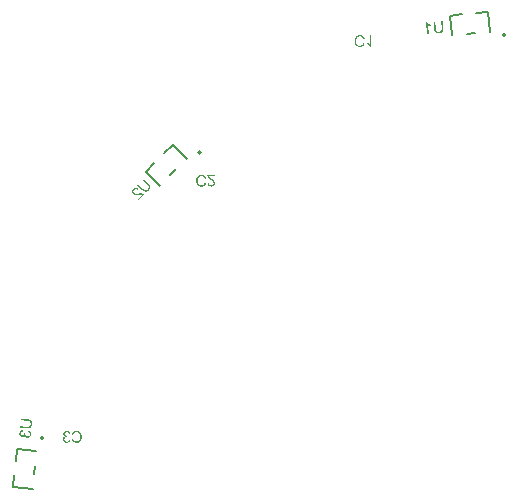
<source format=gbo>
G04*
G04 #@! TF.GenerationSoftware,Altium Limited,Altium Designer,24.1.2 (44)*
G04*
G04 Layer_Color=32896*
%FSLAX25Y25*%
%MOIN*%
G70*
G04*
G04 #@! TF.SameCoordinates,00511CFA-0F04-46CA-AFF9-E4457DF0149F*
G04*
G04*
G04 #@! TF.FilePolarity,Positive*
G04*
G01*
G75*
%ADD35C,0.00600*%
G36*
X-161860Y30882D02*
X-161750Y30873D01*
X-161645Y30858D01*
X-161546Y30844D01*
X-161453Y30824D01*
X-161371Y30806D01*
X-161295Y30788D01*
X-161224Y30765D01*
X-161159Y30749D01*
X-161099Y30732D01*
X-161051Y30711D01*
X-161007Y30696D01*
X-160975Y30682D01*
X-160949Y30669D01*
X-160927Y30661D01*
X-160916Y30655D01*
X-160911Y30654D01*
X-160794Y30583D01*
X-160691Y30496D01*
X-160609Y30411D01*
X-160539Y30321D01*
X-160484Y30244D01*
X-160445Y30179D01*
X-160436Y30156D01*
X-160427Y30138D01*
X-160417Y30126D01*
X-160417Y30121D01*
X-160368Y29977D01*
X-160337Y29830D01*
X-160317Y29678D01*
X-160307Y29537D01*
X-160306Y29476D01*
X-160306Y29415D01*
X-160305Y29359D01*
X-160309Y29315D01*
X-160307Y29276D01*
X-160311Y29226D01*
X-160340Y29028D01*
X-160359Y28940D01*
X-160377Y28858D01*
X-160401Y28777D01*
X-160424Y28706D01*
X-160446Y28642D01*
X-160474Y28583D01*
X-160501Y28529D01*
X-160521Y28486D01*
X-160541Y28444D01*
X-160561Y28412D01*
X-160580Y28386D01*
X-160587Y28370D01*
X-160599Y28360D01*
X-160600Y28354D01*
X-160693Y28240D01*
X-160796Y28148D01*
X-160891Y28079D01*
X-160985Y28020D01*
X-161067Y27977D01*
X-161131Y27949D01*
X-161154Y27940D01*
X-161171Y27931D01*
X-161183Y27926D01*
X-161188Y27926D01*
X-161257Y27910D01*
X-161330Y27894D01*
X-161483Y27874D01*
X-161639Y27866D01*
X-161790Y27862D01*
X-161857Y27862D01*
X-161924Y27863D01*
X-161979Y27867D01*
X-162029Y27866D01*
X-162068Y27870D01*
X-162096Y27872D01*
X-162118Y27874D01*
X-162123Y27874D01*
X-164335Y28068D01*
X-164290Y28577D01*
X-162079Y28383D01*
X-161952Y28372D01*
X-161829Y28372D01*
X-161723Y28374D01*
X-161622Y28382D01*
X-161532Y28391D01*
X-161447Y28406D01*
X-161374Y28416D01*
X-161311Y28433D01*
X-161259Y28451D01*
X-161208Y28469D01*
X-161173Y28488D01*
X-161138Y28501D01*
X-161115Y28516D01*
X-161097Y28526D01*
X-161091Y28531D01*
X-161085Y28536D01*
X-161036Y28582D01*
X-160993Y28634D01*
X-160921Y28750D01*
X-160866Y28873D01*
X-160827Y29004D01*
X-160794Y29123D01*
X-160784Y29173D01*
X-160780Y29222D01*
X-160771Y29255D01*
X-160766Y29310D01*
X-160762Y29427D01*
X-160769Y29533D01*
X-160777Y29634D01*
X-160798Y29714D01*
X-160814Y29782D01*
X-160827Y29834D01*
X-160841Y29863D01*
X-160845Y29874D01*
X-160888Y29956D01*
X-160943Y30028D01*
X-160999Y30088D01*
X-161051Y30132D01*
X-161104Y30170D01*
X-161140Y30201D01*
X-161167Y30214D01*
X-161177Y30221D01*
X-161225Y30242D01*
X-161274Y30257D01*
X-161388Y30289D01*
X-161509Y30317D01*
X-161629Y30338D01*
X-161734Y30353D01*
X-161784Y30357D01*
X-161822Y30366D01*
X-161855Y30369D01*
X-161883Y30372D01*
X-161899Y30373D01*
X-161905Y30374D01*
X-164116Y30567D01*
X-164072Y31076D01*
X-161860Y30882D01*
D02*
G37*
G36*
X-163424Y27275D02*
X-163382Y26798D01*
X-163505Y26787D01*
X-163613Y26763D01*
X-163705Y26732D01*
X-163780Y26699D01*
X-163839Y26665D01*
X-163881Y26636D01*
X-163910Y26616D01*
X-163916Y26611D01*
X-163978Y26544D01*
X-164029Y26470D01*
X-164063Y26401D01*
X-164091Y26331D01*
X-164108Y26265D01*
X-164124Y26217D01*
X-164128Y26172D01*
X-164131Y26072D01*
X-164116Y25982D01*
X-164095Y25902D01*
X-164074Y25833D01*
X-164045Y25781D01*
X-164021Y25740D01*
X-164001Y25710D01*
X-163996Y25704D01*
X-163935Y25637D01*
X-163867Y25587D01*
X-163797Y25553D01*
X-163733Y25525D01*
X-163673Y25509D01*
X-163630Y25494D01*
X-163597Y25491D01*
X-163591Y25490D01*
X-163585Y25490D01*
X-163525Y25484D01*
X-163468Y25491D01*
X-163372Y25510D01*
X-163286Y25542D01*
X-163210Y25580D01*
X-163156Y25619D01*
X-163114Y25655D01*
X-163090Y25681D01*
X-163084Y25686D01*
X-163083Y25691D01*
X-163025Y25781D01*
X-162979Y25866D01*
X-162943Y25957D01*
X-162919Y26039D01*
X-162902Y26110D01*
X-162885Y26170D01*
X-162879Y26241D01*
X-162883Y26264D01*
X-162880Y26292D01*
X-162461Y26311D01*
X-162484Y26240D01*
X-162501Y26175D01*
X-162516Y26121D01*
X-162526Y26071D01*
X-162535Y26033D01*
X-162540Y25983D01*
X-162539Y25866D01*
X-162526Y25759D01*
X-162501Y25662D01*
X-162469Y25582D01*
X-162435Y25517D01*
X-162406Y25470D01*
X-162386Y25441D01*
X-162376Y25429D01*
X-162300Y25350D01*
X-162216Y25286D01*
X-162131Y25240D01*
X-162045Y25210D01*
X-161974Y25187D01*
X-161914Y25176D01*
X-161892Y25169D01*
X-161875Y25168D01*
X-161864Y25167D01*
X-161859Y25166D01*
X-161736Y25166D01*
X-161623Y25185D01*
X-161526Y25209D01*
X-161440Y25246D01*
X-161369Y25285D01*
X-161317Y25314D01*
X-161281Y25338D01*
X-161269Y25348D01*
X-161184Y25430D01*
X-161120Y25519D01*
X-161074Y25610D01*
X-161038Y25696D01*
X-161015Y25772D01*
X-161004Y25832D01*
X-160996Y25854D01*
X-160994Y25887D01*
X-160990Y25987D01*
X-161004Y26083D01*
X-161025Y26168D01*
X-161052Y26238D01*
X-161075Y26295D01*
X-161099Y26342D01*
X-161119Y26366D01*
X-161123Y26377D01*
X-161195Y26451D01*
X-161279Y26514D01*
X-161368Y26572D01*
X-161464Y26619D01*
X-161545Y26654D01*
X-161583Y26668D01*
X-161615Y26677D01*
X-161643Y26685D01*
X-161664Y26692D01*
X-161675Y26699D01*
X-161680Y26699D01*
X-161578Y27164D01*
X-161491Y27145D01*
X-161409Y27121D01*
X-161259Y27058D01*
X-161132Y26985D01*
X-161079Y26948D01*
X-161027Y26910D01*
X-160980Y26872D01*
X-160944Y26835D01*
X-160908Y26804D01*
X-160882Y26774D01*
X-160862Y26756D01*
X-160847Y26738D01*
X-160837Y26726D01*
X-160832Y26720D01*
X-160788Y26649D01*
X-160744Y26578D01*
X-160711Y26509D01*
X-160684Y26434D01*
X-160641Y26291D01*
X-160619Y26155D01*
X-160613Y26093D01*
X-160607Y26037D01*
X-160606Y25987D01*
X-160604Y25942D01*
X-160602Y25908D01*
X-160606Y25859D01*
X-160621Y25754D01*
X-160640Y25661D01*
X-160665Y25569D01*
X-160695Y25482D01*
X-160730Y25402D01*
X-160764Y25332D01*
X-160803Y25263D01*
X-160842Y25205D01*
X-160874Y25147D01*
X-160912Y25100D01*
X-160943Y25058D01*
X-160974Y25027D01*
X-160999Y25002D01*
X-161017Y24981D01*
X-161029Y24971D01*
X-161035Y24966D01*
X-161107Y24905D01*
X-161184Y24856D01*
X-161260Y24813D01*
X-161336Y24775D01*
X-161405Y24748D01*
X-161480Y24721D01*
X-161617Y24688D01*
X-161678Y24682D01*
X-161735Y24676D01*
X-161785Y24669D01*
X-161830Y24668D01*
X-161864Y24665D01*
X-161891Y24667D01*
X-161908Y24669D01*
X-161914Y24669D01*
X-162046Y24687D01*
X-162165Y24719D01*
X-162268Y24762D01*
X-162353Y24803D01*
X-162422Y24842D01*
X-162475Y24880D01*
X-162506Y24905D01*
X-162516Y24912D01*
X-162592Y24996D01*
X-162657Y25085D01*
X-162705Y25179D01*
X-162741Y25271D01*
X-162768Y25351D01*
X-162784Y25414D01*
X-162788Y25437D01*
X-162792Y25454D01*
X-162796Y25465D01*
X-162796Y25471D01*
X-162854Y25381D01*
X-162911Y25308D01*
X-162972Y25247D01*
X-163026Y25196D01*
X-163074Y25155D01*
X-163116Y25126D01*
X-163139Y25111D01*
X-163151Y25106D01*
X-163232Y25069D01*
X-163313Y25043D01*
X-163392Y25022D01*
X-163466Y25011D01*
X-163528Y25006D01*
X-163572Y25004D01*
X-163605Y25007D01*
X-163617Y25008D01*
X-163710Y25022D01*
X-163803Y25046D01*
X-163884Y25076D01*
X-163953Y25110D01*
X-164011Y25143D01*
X-164059Y25169D01*
X-164085Y25188D01*
X-164096Y25195D01*
X-164174Y25257D01*
X-164240Y25330D01*
X-164295Y25401D01*
X-164345Y25473D01*
X-164379Y25531D01*
X-164407Y25584D01*
X-164421Y25619D01*
X-164426Y25625D01*
X-164426Y25630D01*
X-164461Y25734D01*
X-164486Y25836D01*
X-164505Y25938D01*
X-164513Y26028D01*
X-164518Y26101D01*
X-164518Y26162D01*
X-164506Y26300D01*
X-164488Y26377D01*
X-164448Y26524D01*
X-164392Y26647D01*
X-164339Y26754D01*
X-164306Y26801D01*
X-164281Y26838D01*
X-164255Y26874D01*
X-164231Y26900D01*
X-164212Y26921D01*
X-164200Y26936D01*
X-164193Y26947D01*
X-164187Y26952D01*
X-164073Y27048D01*
X-163950Y27121D01*
X-163822Y27176D01*
X-163696Y27221D01*
X-163588Y27245D01*
X-163542Y27258D01*
X-163503Y27265D01*
X-163469Y27268D01*
X-163446Y27272D01*
X-163429Y27276D01*
X-163424Y27275D01*
D02*
G37*
G36*
X-50888Y158931D02*
X-50783Y158920D01*
X-50683Y158909D01*
X-50588Y158886D01*
X-50499Y158859D01*
X-50416Y158831D01*
X-50339Y158803D01*
X-50266Y158770D01*
X-50205Y158742D01*
X-50144Y158714D01*
X-50100Y158687D01*
X-50055Y158659D01*
X-50028Y158637D01*
X-50000Y158625D01*
X-49989Y158614D01*
X-49983Y158609D01*
X-49906Y158542D01*
X-49839Y158476D01*
X-49778Y158398D01*
X-49717Y158320D01*
X-49617Y158165D01*
X-49539Y158010D01*
X-49506Y157937D01*
X-49478Y157871D01*
X-49456Y157810D01*
X-49439Y157760D01*
X-49423Y157715D01*
X-49412Y157682D01*
X-49406Y157660D01*
Y157654D01*
X-49917Y157527D01*
X-49939Y157615D01*
X-49967Y157699D01*
X-49995Y157776D01*
X-50022Y157849D01*
X-50055Y157915D01*
X-50089Y157971D01*
X-50128Y158026D01*
X-50161Y158076D01*
X-50189Y158121D01*
X-50222Y158154D01*
X-50250Y158187D01*
X-50272Y158215D01*
X-50294Y158231D01*
X-50311Y158248D01*
X-50316Y158254D01*
X-50322Y158259D01*
X-50377Y158304D01*
X-50438Y158337D01*
X-50561Y158398D01*
X-50677Y158442D01*
X-50794Y158470D01*
X-50893Y158492D01*
X-50932Y158498D01*
X-50971D01*
X-51005Y158503D01*
X-51043D01*
X-51171Y158498D01*
X-51293Y158476D01*
X-51404Y158448D01*
X-51504Y158415D01*
X-51582Y158381D01*
X-51615Y158365D01*
X-51643Y158354D01*
X-51665Y158343D01*
X-51682Y158331D01*
X-51693Y158326D01*
X-51698D01*
X-51804Y158248D01*
X-51893Y158165D01*
X-51970Y158071D01*
X-52031Y157982D01*
X-52081Y157904D01*
X-52114Y157837D01*
X-52126Y157810D01*
X-52137Y157793D01*
X-52142Y157782D01*
Y157776D01*
X-52187Y157632D01*
X-52220Y157488D01*
X-52248Y157343D01*
X-52264Y157210D01*
X-52270Y157149D01*
X-52276Y157094D01*
Y157044D01*
X-52281Y157005D01*
Y156972D01*
Y156944D01*
Y156927D01*
Y156922D01*
X-52276Y156777D01*
X-52264Y156644D01*
X-52242Y156522D01*
X-52220Y156411D01*
X-52203Y156317D01*
X-52192Y156278D01*
X-52181Y156245D01*
X-52176Y156217D01*
X-52170Y156200D01*
X-52165Y156189D01*
Y156184D01*
X-52109Y156056D01*
X-52048Y155939D01*
X-51981Y155845D01*
X-51909Y155762D01*
X-51848Y155695D01*
X-51798Y155651D01*
X-51759Y155623D01*
X-51754Y155612D01*
X-51748D01*
X-51632Y155540D01*
X-51504Y155484D01*
X-51382Y155445D01*
X-51265Y155423D01*
X-51160Y155406D01*
X-51116Y155401D01*
X-51077D01*
X-51049Y155395D01*
X-51005D01*
X-50866Y155401D01*
X-50738Y155423D01*
X-50633Y155456D01*
X-50538Y155490D01*
X-50466Y155529D01*
X-50411Y155556D01*
X-50377Y155579D01*
X-50366Y155590D01*
X-50278Y155673D01*
X-50194Y155767D01*
X-50128Y155867D01*
X-50072Y155967D01*
X-50028Y156056D01*
X-50011Y156100D01*
X-50000Y156134D01*
X-49989Y156161D01*
X-49978Y156184D01*
X-49972Y156195D01*
Y156200D01*
X-49473Y156084D01*
X-49506Y155984D01*
X-49539Y155895D01*
X-49584Y155812D01*
X-49623Y155728D01*
X-49667Y155656D01*
X-49717Y155590D01*
X-49761Y155523D01*
X-49806Y155468D01*
X-49850Y155423D01*
X-49889Y155379D01*
X-49928Y155340D01*
X-49956Y155312D01*
X-49983Y155284D01*
X-50006Y155268D01*
X-50017Y155262D01*
X-50022Y155257D01*
X-50100Y155207D01*
X-50178Y155157D01*
X-50255Y155118D01*
X-50339Y155085D01*
X-50505Y155035D01*
X-50655Y155001D01*
X-50727Y154985D01*
X-50788Y154979D01*
X-50849Y154974D01*
X-50899Y154968D01*
X-50938Y154963D01*
X-50994D01*
X-51177Y154974D01*
X-51354Y155001D01*
X-51510Y155035D01*
X-51582Y155057D01*
X-51648Y155079D01*
X-51709Y155101D01*
X-51765Y155123D01*
X-51809Y155140D01*
X-51854Y155157D01*
X-51881Y155173D01*
X-51904Y155184D01*
X-51920Y155190D01*
X-51926Y155196D01*
X-52076Y155290D01*
X-52203Y155401D01*
X-52314Y155512D01*
X-52409Y155623D01*
X-52481Y155723D01*
X-52509Y155767D01*
X-52531Y155806D01*
X-52553Y155834D01*
X-52564Y155856D01*
X-52570Y155873D01*
X-52575Y155878D01*
X-52653Y156050D01*
X-52708Y156228D01*
X-52747Y156405D01*
X-52775Y156567D01*
X-52786Y156639D01*
X-52792Y156711D01*
X-52797Y156766D01*
Y156822D01*
X-52803Y156861D01*
Y156894D01*
Y156916D01*
Y156922D01*
X-52792Y157122D01*
X-52769Y157316D01*
X-52742Y157488D01*
X-52719Y157571D01*
X-52703Y157643D01*
X-52686Y157710D01*
X-52664Y157771D01*
X-52647Y157826D01*
X-52636Y157871D01*
X-52620Y157904D01*
X-52614Y157932D01*
X-52603Y157948D01*
Y157954D01*
X-52520Y158121D01*
X-52425Y158270D01*
X-52325Y158398D01*
X-52276Y158448D01*
X-52231Y158498D01*
X-52187Y158542D01*
X-52142Y158581D01*
X-52103Y158614D01*
X-52070Y158637D01*
X-52048Y158659D01*
X-52026Y158676D01*
X-52015Y158681D01*
X-52009Y158687D01*
X-51931Y158731D01*
X-51854Y158770D01*
X-51687Y158831D01*
X-51521Y158875D01*
X-51360Y158903D01*
X-51282Y158914D01*
X-51215Y158925D01*
X-51154Y158931D01*
X-51104D01*
X-51060Y158936D01*
X-50999D01*
X-50888Y158931D01*
D02*
G37*
G36*
X-47197Y155013D02*
X-47502D01*
X-47558Y155107D01*
X-47619Y155196D01*
X-47691Y155284D01*
X-47758Y155362D01*
X-47824Y155429D01*
X-47874Y155484D01*
X-47897Y155501D01*
X-47913Y155517D01*
X-47919Y155523D01*
X-47924Y155529D01*
X-48041Y155623D01*
X-48157Y155712D01*
X-48268Y155789D01*
X-48379Y155851D01*
X-48474Y155906D01*
X-48513Y155928D01*
X-48546Y155945D01*
X-48574Y155962D01*
X-48596Y155967D01*
X-48607Y155978D01*
X-48612D01*
Y156433D01*
X-48529Y156400D01*
X-48446Y156361D01*
X-48363Y156322D01*
X-48285Y156283D01*
X-48219Y156250D01*
X-48163Y156222D01*
X-48130Y156200D01*
X-48124Y156195D01*
X-48118D01*
X-48019Y156134D01*
X-47930Y156072D01*
X-47852Y156017D01*
X-47791Y155967D01*
X-47736Y155928D01*
X-47702Y155895D01*
X-47675Y155873D01*
X-47669Y155867D01*
Y158870D01*
X-47197D01*
Y155013D01*
D02*
G37*
G36*
X-103704Y112348D02*
X-103599Y112337D01*
X-103499Y112321D01*
X-103402Y112301D01*
X-103313Y112276D01*
X-103230Y112249D01*
X-103153Y112218D01*
X-103083Y112188D01*
X-103020Y112157D01*
X-102964Y112127D01*
X-102914Y112099D01*
X-102876Y112074D01*
X-102842Y112055D01*
X-102820Y112038D01*
X-102806Y112027D01*
X-102801Y112024D01*
X-102726Y111958D01*
X-102657Y111889D01*
X-102593Y111814D01*
X-102535Y111736D01*
X-102482Y111656D01*
X-102435Y111578D01*
X-102394Y111501D01*
X-102358Y111423D01*
X-102324Y111351D01*
X-102297Y111285D01*
X-102275Y111227D01*
X-102255Y111174D01*
X-102241Y111133D01*
X-102236Y111113D01*
X-102233Y111099D01*
X-102230Y111088D01*
X-102227Y111080D01*
X-102225Y111074D01*
Y111072D01*
X-102732Y110944D01*
X-102754Y111033D01*
X-102779Y111113D01*
X-102806Y111191D01*
X-102840Y111260D01*
X-102870Y111326D01*
X-102906Y111387D01*
X-102939Y111440D01*
X-102972Y111490D01*
X-103003Y111531D01*
X-103033Y111570D01*
X-103061Y111601D01*
X-103086Y111626D01*
X-103105Y111648D01*
X-103119Y111662D01*
X-103130Y111670D01*
X-103133Y111673D01*
X-103191Y111714D01*
X-103250Y111753D01*
X-103311Y111786D01*
X-103371Y111814D01*
X-103432Y111836D01*
X-103493Y111855D01*
X-103551Y111872D01*
X-103607Y111886D01*
X-103657Y111897D01*
X-103707Y111902D01*
X-103748Y111908D01*
X-103784Y111914D01*
X-103815D01*
X-103837Y111916D01*
X-103856D01*
X-103920Y111914D01*
X-103984Y111908D01*
X-104044Y111900D01*
X-104105Y111889D01*
X-104161Y111875D01*
X-104216Y111858D01*
X-104266Y111844D01*
X-104313Y111825D01*
X-104355Y111808D01*
X-104393Y111794D01*
X-104427Y111778D01*
X-104455Y111764D01*
X-104477Y111753D01*
X-104493Y111745D01*
X-104504Y111739D01*
X-104507Y111736D01*
X-104562Y111700D01*
X-104612Y111662D01*
X-104659Y111620D01*
X-104704Y111576D01*
X-104743Y111531D01*
X-104779Y111484D01*
X-104812Y111440D01*
X-104842Y111398D01*
X-104867Y111357D01*
X-104889Y111318D01*
X-104909Y111282D01*
X-104923Y111252D01*
X-104937Y111227D01*
X-104945Y111210D01*
X-104947Y111196D01*
X-104950Y111193D01*
X-104975Y111124D01*
X-104997Y111052D01*
X-105017Y110980D01*
X-105031Y110905D01*
X-105058Y110764D01*
X-105067Y110695D01*
X-105075Y110628D01*
X-105080Y110570D01*
X-105083Y110515D01*
X-105086Y110465D01*
X-105089Y110423D01*
X-105092Y110387D01*
Y110362D01*
Y110346D01*
Y110340D01*
X-105089Y110268D01*
X-105086Y110199D01*
X-105072Y110066D01*
X-105064Y110002D01*
X-105053Y109941D01*
X-105042Y109883D01*
X-105031Y109831D01*
X-105020Y109781D01*
X-105011Y109736D01*
X-105000Y109698D01*
X-104992Y109664D01*
X-104983Y109640D01*
X-104978Y109620D01*
X-104973Y109606D01*
Y109603D01*
X-104947Y109537D01*
X-104920Y109476D01*
X-104889Y109418D01*
X-104856Y109365D01*
X-104823Y109313D01*
X-104790Y109265D01*
X-104754Y109224D01*
X-104720Y109185D01*
X-104687Y109152D01*
X-104657Y109122D01*
X-104629Y109097D01*
X-104604Y109074D01*
X-104585Y109058D01*
X-104571Y109044D01*
X-104560Y109038D01*
X-104557Y109036D01*
X-104499Y108997D01*
X-104438Y108966D01*
X-104377Y108936D01*
X-104316Y108911D01*
X-104252Y108892D01*
X-104191Y108875D01*
X-104133Y108861D01*
X-104075Y108850D01*
X-104022Y108839D01*
X-103972Y108833D01*
X-103928Y108828D01*
X-103889Y108825D01*
X-103859Y108822D01*
X-103817D01*
X-103745Y108825D01*
X-103679Y108831D01*
X-103615Y108839D01*
X-103554Y108853D01*
X-103499Y108867D01*
X-103446Y108883D01*
X-103399Y108900D01*
X-103355Y108916D01*
X-103316Y108936D01*
X-103280Y108952D01*
X-103250Y108969D01*
X-103225Y108983D01*
X-103205Y108997D01*
X-103191Y109005D01*
X-103183Y109011D01*
X-103180Y109013D01*
X-103133Y109052D01*
X-103089Y109094D01*
X-103050Y109141D01*
X-103011Y109188D01*
X-102975Y109241D01*
X-102945Y109290D01*
X-102914Y109340D01*
X-102889Y109390D01*
X-102867Y109437D01*
X-102845Y109482D01*
X-102829Y109520D01*
X-102815Y109554D01*
X-102804Y109584D01*
X-102795Y109603D01*
X-102793Y109617D01*
X-102790Y109623D01*
X-102291Y109506D01*
X-102322Y109409D01*
X-102360Y109318D01*
X-102399Y109232D01*
X-102444Y109152D01*
X-102488Y109080D01*
X-102532Y109011D01*
X-102579Y108950D01*
X-102623Y108894D01*
X-102668Y108844D01*
X-102707Y108803D01*
X-102743Y108764D01*
X-102776Y108736D01*
X-102801Y108712D01*
X-102823Y108695D01*
X-102834Y108684D01*
X-102840Y108681D01*
X-102914Y108628D01*
X-102992Y108584D01*
X-103075Y108545D01*
X-103155Y108512D01*
X-103236Y108482D01*
X-103316Y108459D01*
X-103394Y108440D01*
X-103468Y108423D01*
X-103540Y108412D01*
X-103604Y108404D01*
X-103659Y108396D01*
X-103709Y108393D01*
X-103751Y108390D01*
X-103768Y108387D01*
X-103806D01*
X-103901Y108390D01*
X-103992Y108398D01*
X-104080Y108410D01*
X-104166Y108423D01*
X-104247Y108440D01*
X-104324Y108462D01*
X-104396Y108482D01*
X-104463Y108504D01*
X-104521Y108526D01*
X-104576Y108545D01*
X-104623Y108565D01*
X-104662Y108584D01*
X-104695Y108598D01*
X-104718Y108609D01*
X-104732Y108617D01*
X-104737Y108620D01*
X-104815Y108667D01*
X-104887Y108717D01*
X-104953Y108770D01*
X-105017Y108825D01*
X-105075Y108880D01*
X-105128Y108936D01*
X-105177Y108994D01*
X-105219Y109047D01*
X-105258Y109097D01*
X-105294Y109146D01*
X-105322Y109188D01*
X-105346Y109224D01*
X-105363Y109257D01*
X-105377Y109279D01*
X-105385Y109293D01*
X-105388Y109299D01*
X-105427Y109385D01*
X-105463Y109470D01*
X-105493Y109559D01*
X-105518Y109648D01*
X-105540Y109736D01*
X-105560Y109825D01*
X-105574Y109908D01*
X-105587Y109986D01*
X-105596Y110061D01*
X-105604Y110130D01*
X-105607Y110191D01*
X-105612Y110243D01*
Y110285D01*
X-105615Y110301D01*
Y110315D01*
Y110326D01*
Y110335D01*
Y110340D01*
Y110343D01*
X-105612Y110445D01*
X-105607Y110545D01*
X-105596Y110642D01*
X-105585Y110734D01*
X-105568Y110825D01*
X-105551Y110908D01*
X-105532Y110988D01*
X-105513Y111063D01*
X-105496Y111130D01*
X-105477Y111191D01*
X-105460Y111243D01*
X-105443Y111288D01*
X-105432Y111324D01*
X-105421Y111348D01*
X-105416Y111365D01*
X-105413Y111368D01*
Y111371D01*
X-105374Y111457D01*
X-105330Y111540D01*
X-105283Y111615D01*
X-105236Y111687D01*
X-105186Y111750D01*
X-105136Y111811D01*
X-105089Y111864D01*
X-105042Y111914D01*
X-104997Y111958D01*
X-104956Y111994D01*
X-104920Y112027D01*
X-104887Y112052D01*
X-104859Y112072D01*
X-104840Y112088D01*
X-104828Y112096D01*
X-104823Y112099D01*
X-104748Y112144D01*
X-104668Y112182D01*
X-104585Y112216D01*
X-104502Y112246D01*
X-104419Y112268D01*
X-104333Y112290D01*
X-104252Y112307D01*
X-104172Y112321D01*
X-104100Y112329D01*
X-104031Y112337D01*
X-103970Y112343D01*
X-103917Y112348D01*
X-103876D01*
X-103856Y112351D01*
X-103815D01*
X-103704Y112348D01*
D02*
G37*
G36*
X-99319Y111836D02*
X-101197D01*
X-101166Y111789D01*
X-101133Y111742D01*
X-101100Y111700D01*
X-101069Y111662D01*
X-101042Y111631D01*
X-101020Y111606D01*
X-101006Y111590D01*
X-101000Y111584D01*
X-100975Y111556D01*
X-100942Y111526D01*
X-100906Y111493D01*
X-100865Y111454D01*
X-100820Y111415D01*
X-100776Y111373D01*
X-100682Y111293D01*
X-100637Y111254D01*
X-100596Y111218D01*
X-100560Y111185D01*
X-100524Y111157D01*
X-100496Y111133D01*
X-100477Y111116D01*
X-100463Y111102D01*
X-100457Y111099D01*
X-100366Y111022D01*
X-100280Y110947D01*
X-100203Y110878D01*
X-100130Y110814D01*
X-100064Y110753D01*
X-100006Y110698D01*
X-99950Y110648D01*
X-99903Y110603D01*
X-99862Y110562D01*
X-99829Y110526D01*
X-99798Y110495D01*
X-99773Y110470D01*
X-99754Y110451D01*
X-99743Y110437D01*
X-99734Y110429D01*
X-99732Y110426D01*
X-99693Y110379D01*
X-99654Y110335D01*
X-99621Y110290D01*
X-99590Y110249D01*
X-99535Y110169D01*
X-99513Y110133D01*
X-99493Y110099D01*
X-99474Y110069D01*
X-99460Y110041D01*
X-99446Y110016D01*
X-99438Y109997D01*
X-99430Y109980D01*
X-99424Y109969D01*
X-99419Y109961D01*
Y109958D01*
X-99388Y109875D01*
X-99363Y109795D01*
X-99347Y109717D01*
X-99335Y109648D01*
X-99333Y109617D01*
X-99330Y109590D01*
X-99327Y109567D01*
X-99324Y109545D01*
Y109529D01*
Y109518D01*
Y109509D01*
Y109506D01*
X-99327Y109423D01*
X-99338Y109343D01*
X-99355Y109268D01*
X-99374Y109196D01*
X-99399Y109130D01*
X-99427Y109066D01*
X-99457Y109008D01*
X-99485Y108955D01*
X-99516Y108908D01*
X-99546Y108867D01*
X-99574Y108831D01*
X-99599Y108803D01*
X-99618Y108778D01*
X-99635Y108761D01*
X-99646Y108750D01*
X-99648Y108747D01*
X-99712Y108692D01*
X-99779Y108645D01*
X-99848Y108606D01*
X-99920Y108570D01*
X-99992Y108540D01*
X-100067Y108515D01*
X-100136Y108495D01*
X-100205Y108479D01*
X-100269Y108465D01*
X-100330Y108457D01*
X-100383Y108448D01*
X-100430Y108446D01*
X-100468Y108443D01*
X-100496Y108440D01*
X-100521D01*
X-100621Y108443D01*
X-100715Y108451D01*
X-100804Y108465D01*
X-100887Y108484D01*
X-100964Y108507D01*
X-101036Y108531D01*
X-101100Y108556D01*
X-101161Y108581D01*
X-101214Y108609D01*
X-101261Y108634D01*
X-101300Y108659D01*
X-101333Y108681D01*
X-101358Y108698D01*
X-101377Y108714D01*
X-101388Y108723D01*
X-101391Y108725D01*
X-101449Y108781D01*
X-101499Y108842D01*
X-101546Y108905D01*
X-101585Y108972D01*
X-101621Y109041D01*
X-101651Y109110D01*
X-101676Y109177D01*
X-101698Y109243D01*
X-101715Y109304D01*
X-101729Y109362D01*
X-101740Y109415D01*
X-101748Y109459D01*
X-101757Y109495D01*
X-101759Y109523D01*
Y109534D01*
X-101762Y109543D01*
Y109545D01*
Y109548D01*
X-101277Y109598D01*
X-101275Y109531D01*
X-101269Y109470D01*
X-101258Y109412D01*
X-101247Y109357D01*
X-101230Y109307D01*
X-101214Y109263D01*
X-101194Y109218D01*
X-101175Y109182D01*
X-101158Y109149D01*
X-101139Y109119D01*
X-101122Y109094D01*
X-101106Y109072D01*
X-101094Y109058D01*
X-101083Y109044D01*
X-101078Y109038D01*
X-101075Y109036D01*
X-101036Y109000D01*
X-100992Y108969D01*
X-100948Y108941D01*
X-100903Y108916D01*
X-100856Y108897D01*
X-100812Y108880D01*
X-100768Y108867D01*
X-100726Y108855D01*
X-100684Y108847D01*
X-100648Y108842D01*
X-100615Y108836D01*
X-100585Y108833D01*
X-100563Y108831D01*
X-100529D01*
X-100471Y108833D01*
X-100416Y108839D01*
X-100363Y108847D01*
X-100313Y108861D01*
X-100269Y108875D01*
X-100225Y108892D01*
X-100186Y108908D01*
X-100150Y108928D01*
X-100119Y108944D01*
X-100092Y108964D01*
X-100067Y108980D01*
X-100047Y108994D01*
X-100031Y109008D01*
X-100020Y109016D01*
X-100014Y109022D01*
X-100011Y109025D01*
X-99975Y109061D01*
X-99945Y109099D01*
X-99917Y109138D01*
X-99895Y109180D01*
X-99876Y109218D01*
X-99859Y109257D01*
X-99845Y109296D01*
X-99834Y109332D01*
X-99826Y109365D01*
X-99820Y109396D01*
X-99815Y109423D01*
X-99812Y109448D01*
X-99809Y109468D01*
Y109482D01*
Y109493D01*
Y109495D01*
X-99812Y109545D01*
X-99818Y109595D01*
X-99829Y109645D01*
X-99842Y109695D01*
X-99878Y109792D01*
X-99901Y109836D01*
X-99920Y109878D01*
X-99939Y109916D01*
X-99962Y109952D01*
X-99978Y109983D01*
X-99995Y110011D01*
X-100011Y110030D01*
X-100022Y110047D01*
X-100028Y110058D01*
X-100031Y110061D01*
X-100075Y110119D01*
X-100130Y110182D01*
X-100189Y110246D01*
X-100255Y110313D01*
X-100322Y110382D01*
X-100394Y110448D01*
X-100463Y110515D01*
X-100535Y110579D01*
X-100601Y110639D01*
X-100665Y110695D01*
X-100721Y110748D01*
X-100773Y110789D01*
X-100815Y110825D01*
X-100831Y110839D01*
X-100845Y110853D01*
X-100856Y110861D01*
X-100865Y110869D01*
X-100870Y110872D01*
X-100873Y110875D01*
X-100945Y110936D01*
X-101014Y110994D01*
X-101078Y111049D01*
X-101139Y111102D01*
X-101194Y111155D01*
X-101244Y111202D01*
X-101288Y111246D01*
X-101330Y111288D01*
X-101369Y111324D01*
X-101399Y111357D01*
X-101427Y111384D01*
X-101449Y111409D01*
X-101466Y111429D01*
X-101477Y111443D01*
X-101485Y111451D01*
X-101488Y111454D01*
X-101563Y111548D01*
X-101626Y111639D01*
X-101679Y111725D01*
X-101704Y111764D01*
X-101723Y111803D01*
X-101740Y111836D01*
X-101757Y111866D01*
X-101770Y111894D01*
X-101779Y111919D01*
X-101787Y111939D01*
X-101793Y111952D01*
X-101798Y111961D01*
Y111963D01*
X-101817Y112022D01*
X-101831Y112080D01*
X-101840Y112135D01*
X-101845Y112182D01*
X-101848Y112227D01*
X-101851Y112243D01*
Y112260D01*
Y112271D01*
Y112279D01*
Y112285D01*
Y112288D01*
X-99319D01*
Y111836D01*
D02*
G37*
G36*
X-28518Y163102D02*
X-28449Y163019D01*
X-28370Y162937D01*
X-28297Y162865D01*
X-28225Y162805D01*
X-28170Y162754D01*
X-28146Y162739D01*
X-28128Y162724D01*
X-28122Y162719D01*
X-28116Y162714D01*
X-27992Y162630D01*
X-27868Y162552D01*
X-27751Y162484D01*
X-27635Y162433D01*
X-27536Y162386D01*
X-27496Y162367D01*
X-27461Y162354D01*
X-27432Y162339D01*
X-27409Y162336D01*
X-27397Y162326D01*
X-27392Y162326D01*
X-27352Y161873D01*
X-27438Y161899D01*
X-27524Y161930D01*
X-27610Y161962D01*
X-27691Y161994D01*
X-27760Y162021D01*
X-27818Y162044D01*
X-27853Y162063D01*
X-27859Y162068D01*
X-27865Y162067D01*
X-27970Y162119D01*
X-28063Y162173D01*
X-28146Y162221D01*
X-28211Y162266D01*
X-28270Y162299D01*
X-28306Y162330D01*
X-28335Y162349D01*
X-28341Y162354D01*
X-28080Y159363D01*
X-28550Y159322D01*
X-28886Y163165D01*
X-28582Y163191D01*
X-28518Y163102D01*
D02*
G37*
G36*
X-23261Y161412D02*
X-23252Y161301D01*
X-23248Y161196D01*
X-23245Y161095D01*
X-23248Y161001D01*
X-23252Y160917D01*
X-23256Y160838D01*
X-23266Y160765D01*
X-23271Y160698D01*
X-23277Y160636D01*
X-23289Y160585D01*
X-23297Y160539D01*
X-23305Y160505D01*
X-23313Y160477D01*
X-23317Y160454D01*
X-23321Y160443D01*
X-23321Y160437D01*
X-23371Y160310D01*
X-23439Y160193D01*
X-23508Y160098D01*
X-23585Y160013D01*
X-23651Y159946D01*
X-23708Y159896D01*
X-23729Y159883D01*
X-23745Y159871D01*
X-23755Y159859D01*
X-23761Y159858D01*
X-23893Y159785D01*
X-24033Y159729D01*
X-24180Y159682D01*
X-24316Y159648D01*
X-24376Y159637D01*
X-24437Y159626D01*
X-24491Y159616D01*
X-24536Y159612D01*
X-24574Y159603D01*
X-24624Y159599D01*
X-24824Y159592D01*
X-24913Y159596D01*
X-24997Y159600D01*
X-25081Y159609D01*
X-25155Y159619D01*
X-25223Y159630D01*
X-25285Y159647D01*
X-25343Y159664D01*
X-25388Y159677D01*
X-25434Y159689D01*
X-25469Y159703D01*
X-25498Y159717D01*
X-25515Y159721D01*
X-25527Y159731D01*
X-25532Y159731D01*
X-25661Y159803D01*
X-25769Y159889D01*
X-25854Y159970D01*
X-25928Y160053D01*
X-25985Y160126D01*
X-26023Y160184D01*
X-26036Y160205D01*
X-26049Y160221D01*
X-26055Y160231D01*
X-26056Y160237D01*
X-26083Y160301D01*
X-26112Y160371D01*
X-26158Y160518D01*
X-26194Y160670D01*
X-26223Y160818D01*
X-26235Y160884D01*
X-26246Y160950D01*
X-26251Y161005D01*
X-26261Y161055D01*
X-26264Y161093D01*
X-26267Y161121D01*
X-26269Y161143D01*
X-26269Y161149D01*
X-26463Y163360D01*
X-25954Y163405D01*
X-25760Y161193D01*
X-25749Y161066D01*
X-25728Y160945D01*
X-25707Y160841D01*
X-25682Y160743D01*
X-25658Y160656D01*
X-25628Y160575D01*
X-25605Y160505D01*
X-25578Y160446D01*
X-25552Y160398D01*
X-25525Y160350D01*
X-25500Y160319D01*
X-25481Y160287D01*
X-25462Y160266D01*
X-25450Y160251D01*
X-25444Y160246D01*
X-25438Y160241D01*
X-25384Y160201D01*
X-25325Y160167D01*
X-25198Y160117D01*
X-25067Y160084D01*
X-24932Y160068D01*
X-24809Y160056D01*
X-24758Y160055D01*
X-24709Y160059D01*
X-24675Y160057D01*
X-24620Y160062D01*
X-24504Y160077D01*
X-24400Y160103D01*
X-24302Y160128D01*
X-24227Y160163D01*
X-24163Y160191D01*
X-24115Y160212D01*
X-24088Y160231D01*
X-24078Y160237D01*
X-24005Y160294D01*
X-23944Y160360D01*
X-23894Y160426D01*
X-23860Y160485D01*
X-23832Y160543D01*
X-23807Y160584D01*
X-23799Y160612D01*
X-23794Y160624D01*
X-23782Y160675D01*
X-23775Y160726D01*
X-23763Y160844D01*
X-23757Y160967D01*
X-23757Y161090D01*
X-23761Y161195D01*
X-23765Y161245D01*
X-23763Y161284D01*
X-23766Y161317D01*
X-23768Y161345D01*
X-23770Y161362D01*
X-23770Y161367D01*
X-23964Y163579D01*
X-23455Y163623D01*
X-23261Y161412D01*
D02*
G37*
G36*
X-125579Y107999D02*
X-125501Y107988D01*
X-125426Y107968D01*
X-125352Y107945D01*
X-125281Y107917D01*
X-125216Y107888D01*
X-125154Y107856D01*
X-125099Y107825D01*
X-125048Y107794D01*
X-125003Y107764D01*
X-124966Y107739D01*
X-124934Y107719D01*
X-124913Y107702D01*
X-124905Y107694D01*
X-124897Y107690D01*
X-124895Y107688D01*
X-124893Y107686D01*
X-125201Y107308D01*
X-125250Y107353D01*
X-125297Y107392D01*
X-125346Y107425D01*
X-125393Y107457D01*
X-125440Y107480D01*
X-125483Y107500D01*
X-125528Y107518D01*
X-125567Y107529D01*
X-125602Y107541D01*
X-125638Y107549D01*
X-125667Y107555D01*
X-125695Y107559D01*
X-125712Y107561D01*
X-125730Y107562D01*
X-125742D01*
X-125794Y107561D01*
X-125847Y107551D01*
X-125898Y107539D01*
X-125947Y107525D01*
X-125994Y107506D01*
X-126037Y107486D01*
X-126078Y107465D01*
X-126116Y107443D01*
X-126151Y107420D01*
X-126180Y107398D01*
X-126208Y107378D01*
X-126231Y107359D01*
X-126249Y107345D01*
X-126272Y107322D01*
X-126311Y107279D01*
X-126347Y107235D01*
X-126378Y107192D01*
X-126403Y107147D01*
X-126425Y107106D01*
X-126445Y107063D01*
X-126460Y107024D01*
X-126472Y106985D01*
X-126482Y106951D01*
X-126488Y106918D01*
X-126494Y106889D01*
X-126497Y106865D01*
X-126499Y106844D01*
X-126501Y106830D01*
Y106822D01*
Y106818D01*
Y106767D01*
X-126496Y106718D01*
X-126488Y106671D01*
X-126474Y106626D01*
X-126460Y106585D01*
X-126445Y106546D01*
X-126427Y106509D01*
X-126409Y106475D01*
X-126392Y106446D01*
X-126374Y106421D01*
X-126358Y106397D01*
X-126343Y106377D01*
X-126331Y106362D01*
X-126321Y106352D01*
X-126313Y106344D01*
X-126311Y106342D01*
X-126274Y106309D01*
X-126235Y106278D01*
X-126192Y106250D01*
X-126147Y106225D01*
X-126053Y106182D01*
X-126006Y106166D01*
X-125963Y106150D01*
X-125922Y106137D01*
X-125881Y106127D01*
X-125847Y106117D01*
X-125816Y106109D01*
X-125790Y106107D01*
X-125771Y106103D01*
X-125759Y106099D01*
X-125755D01*
X-125683Y106090D01*
X-125599Y106084D01*
X-125512Y106080D01*
X-125418D01*
X-125322Y106078D01*
X-125224Y106082D01*
X-125128Y106084D01*
X-125032Y106090D01*
X-124942Y106094D01*
X-124858Y106099D01*
X-124782Y106101D01*
X-124715Y106109D01*
X-124660Y106113D01*
X-124639Y106115D01*
X-124619D01*
X-124605Y106117D01*
X-124594D01*
X-124588Y106119D01*
X-124584D01*
X-124490Y106127D01*
X-124400Y106135D01*
X-124316Y106140D01*
X-124235Y106146D01*
X-124159Y106148D01*
X-124090Y106150D01*
X-123969D01*
X-123916Y106152D01*
X-123871Y106150D01*
X-123832D01*
X-123799Y106148D01*
X-123773Y106146D01*
X-123755Y106144D01*
X-123740D01*
X-123620Y106131D01*
X-123511Y106111D01*
X-123413Y106088D01*
X-123368Y106078D01*
X-123326Y106064D01*
X-123291Y106052D01*
X-123258Y106043D01*
X-123229Y106033D01*
X-123205Y106021D01*
X-123185Y106013D01*
X-123172Y106007D01*
X-123162Y106005D01*
X-123160Y106003D01*
X-123105Y105976D01*
X-123054Y105945D01*
X-123009Y105911D01*
X-122972Y105882D01*
X-122939Y105853D01*
X-122925Y105843D01*
X-122913Y105831D01*
X-122905Y105823D01*
X-122899Y105817D01*
X-122896Y105813D01*
X-122894Y105812D01*
X-124684Y104021D01*
X-125003Y104341D01*
X-123675Y105668D01*
X-123730Y105680D01*
X-123787Y105690D01*
X-123840Y105696D01*
X-123889Y105702D01*
X-123930Y105704D01*
X-123963Y105706D01*
X-123985Y105708D01*
X-123992D01*
X-124030Y105710D01*
X-124075Y105708D01*
X-124124Y105706D01*
X-124180Y105704D01*
X-124239Y105700D01*
X-124300Y105698D01*
X-124423Y105688D01*
X-124482Y105684D01*
X-124537Y105680D01*
X-124586Y105678D01*
X-124631Y105672D01*
X-124668Y105670D01*
X-124694Y105668D01*
X-124713D01*
X-124719Y105666D01*
X-124838Y105657D01*
X-124952Y105649D01*
X-125056Y105643D01*
X-125152Y105637D01*
X-125242Y105633D01*
X-125322Y105631D01*
X-125397Y105627D01*
X-125461Y105625D01*
X-125520D01*
X-125569Y105627D01*
X-125675D01*
X-125692Y105629D01*
X-125708D01*
X-125769Y105635D01*
X-125828Y105639D01*
X-125882Y105647D01*
X-125933Y105655D01*
X-126029Y105672D01*
X-126070Y105682D01*
X-126108Y105692D01*
X-126143Y105700D01*
X-126172Y105710D01*
X-126200Y105718D01*
X-126219Y105725D01*
X-126237Y105731D01*
X-126249Y105735D01*
X-126259Y105737D01*
X-126260Y105739D01*
X-126341Y105776D01*
X-126415Y105815D01*
X-126482Y105859D01*
X-126539Y105900D01*
X-126562Y105919D01*
X-126584Y105937D01*
X-126601Y105950D01*
X-126619Y105964D01*
X-126631Y105976D01*
X-126638Y105984D01*
X-126644Y105990D01*
X-126646Y105992D01*
X-126703Y106052D01*
X-126752Y106117D01*
X-126793Y106182D01*
X-126830Y106246D01*
X-126860Y106311D01*
X-126885Y106376D01*
X-126905Y106438D01*
X-126923Y106495D01*
X-126934Y106550D01*
X-126942Y106601D01*
X-126948Y106646D01*
X-126950Y106683D01*
X-126954Y106714D01*
Y106738D01*
Y106754D01*
Y106757D01*
X-126948Y106842D01*
X-126934Y106922D01*
X-126913Y106998D01*
X-126887Y107075D01*
X-126858Y107147D01*
X-126823Y107218D01*
X-126787Y107281D01*
X-126750Y107341D01*
X-126715Y107396D01*
X-126678Y107445D01*
X-126646Y107488D01*
X-126615Y107523D01*
X-126590Y107553D01*
X-126572Y107574D01*
X-126554Y107592D01*
X-126482Y107660D01*
X-126409Y107721D01*
X-126337Y107774D01*
X-126264Y107819D01*
X-126194Y107858D01*
X-126125Y107892D01*
X-126063Y107919D01*
X-126002Y107945D01*
X-125945Y107962D01*
X-125894Y107978D01*
X-125849Y107988D01*
X-125810Y107995D01*
X-125781Y108001D01*
X-125755Y108003D01*
X-125742Y108005D01*
X-125738D01*
X-125657Y108007D01*
X-125579Y107999D01*
D02*
G37*
G36*
X-121485Y109508D02*
X-121409Y109427D01*
X-121336Y109351D01*
X-121272Y109274D01*
X-121213Y109204D01*
X-121160Y109135D01*
X-121113Y109073D01*
X-121072Y109012D01*
X-121035Y108955D01*
X-121003Y108904D01*
X-120978Y108859D01*
X-120954Y108820D01*
X-120937Y108787D01*
X-120923Y108761D01*
X-120915Y108742D01*
X-120909Y108732D01*
X-120907Y108726D01*
X-120884Y108659D01*
X-120866Y108595D01*
X-120851Y108528D01*
X-120843Y108466D01*
X-120835Y108403D01*
Y108344D01*
Y108285D01*
X-120837Y108232D01*
X-120843Y108183D01*
X-120847Y108140D01*
X-120853Y108099D01*
X-120859Y108066D01*
X-120864Y108040D01*
X-120870Y108019D01*
X-120874Y108007D01*
Y108003D01*
X-120898Y107933D01*
X-120927Y107864D01*
X-120962Y107794D01*
X-120998Y107727D01*
X-121039Y107662D01*
X-121078Y107600D01*
X-121121Y107541D01*
X-121162Y107484D01*
X-121203Y107435D01*
X-121242Y107388D01*
X-121276Y107347D01*
X-121307Y107312D01*
X-121330Y107284D01*
X-121368Y107247D01*
X-121442Y107177D01*
X-121513Y107114D01*
X-121585Y107057D01*
X-121656Y107006D01*
X-121724Y106961D01*
X-121787Y106922D01*
X-121848Y106889D01*
X-121906Y106857D01*
X-121957Y106834D01*
X-122006Y106812D01*
X-122045Y106797D01*
X-122083Y106783D01*
X-122110Y106775D01*
X-122132Y106769D01*
X-122145Y106763D01*
X-122149D01*
X-122222Y106750D01*
X-122294Y106740D01*
X-122361Y106736D01*
X-122427D01*
X-122492Y106738D01*
X-122551Y106742D01*
X-122606Y106750D01*
X-122659Y106760D01*
X-122707Y106769D01*
X-122749Y106779D01*
X-122784Y106791D01*
X-122817Y106801D01*
X-122841Y106808D01*
X-122860Y106816D01*
X-122870Y106822D01*
X-122874D01*
X-122937Y106853D01*
X-123003Y106889D01*
X-123066Y106928D01*
X-123133Y106971D01*
X-123256Y107063D01*
X-123315Y107110D01*
X-123372Y107155D01*
X-123422Y107198D01*
X-123471Y107239D01*
X-123512Y107277D01*
X-123548Y107312D01*
X-123577Y107337D01*
X-123589Y107349D01*
X-123599Y107359D01*
X-123607Y107367D01*
X-123612Y107372D01*
X-123614Y107375D01*
X-123616Y107376D01*
X-125183Y108943D01*
X-124825Y109302D01*
X-123260Y107737D01*
X-123166Y107647D01*
X-123076Y107568D01*
X-122992Y107500D01*
X-122911Y107439D01*
X-122835Y107390D01*
X-122764Y107347D01*
X-122700Y107314D01*
X-122641Y107286D01*
X-122586Y107263D01*
X-122539Y107247D01*
X-122498Y107234D01*
X-122463Y107226D01*
X-122437Y107220D01*
X-122418Y107216D01*
X-122402D01*
X-122337Y107218D01*
X-122271Y107229D01*
X-122206Y107247D01*
X-122139Y107271D01*
X-122077Y107302D01*
X-122014Y107333D01*
X-121955Y107369D01*
X-121900Y107404D01*
X-121850Y107443D01*
X-121802Y107478D01*
X-121763Y107510D01*
X-121726Y107539D01*
X-121699Y107566D01*
X-121677Y107584D01*
X-121660Y107602D01*
X-121618Y107647D01*
X-121581Y107688D01*
X-121546Y107731D01*
X-121515Y107774D01*
X-121487Y107817D01*
X-121464Y107856D01*
X-121442Y107894D01*
X-121423Y107929D01*
X-121405Y107962D01*
X-121391Y107992D01*
X-121381Y108017D01*
X-121374Y108040D01*
X-121366Y108060D01*
X-121362Y108072D01*
X-121360Y108082D01*
X-121358Y108083D01*
X-121346Y108131D01*
X-121340Y108176D01*
X-121334Y108221D01*
Y108264D01*
Y108307D01*
X-121338Y108346D01*
X-121348Y108419D01*
X-121362Y108479D01*
X-121368Y108505D01*
X-121376Y108524D01*
X-121381Y108542D01*
X-121385Y108554D01*
X-121387Y108563D01*
X-121389Y108565D01*
X-121411Y108610D01*
X-121438Y108657D01*
X-121472Y108706D01*
X-121505Y108755D01*
X-121579Y108853D01*
X-121618Y108900D01*
X-121656Y108945D01*
X-121695Y108988D01*
X-121730Y109028D01*
X-121761Y109063D01*
X-121791Y109092D01*
X-121812Y109118D01*
X-121830Y109135D01*
X-121842Y109147D01*
X-121846Y109151D01*
X-123411Y110716D01*
X-123052Y111074D01*
X-121485Y109508D01*
D02*
G37*
G36*
X-148548Y26941D02*
X-148399Y26913D01*
X-148271Y26869D01*
X-148160Y26824D01*
X-148110Y26796D01*
X-148071Y26774D01*
X-148032Y26752D01*
X-148005Y26730D01*
X-147982Y26713D01*
X-147966Y26702D01*
X-147955Y26696D01*
X-147949Y26691D01*
X-147844Y26585D01*
X-147760Y26469D01*
X-147694Y26347D01*
X-147638Y26225D01*
X-147605Y26119D01*
X-147588Y26075D01*
X-147577Y26036D01*
X-147572Y26003D01*
X-147566Y25980D01*
X-147561Y25964D01*
Y25958D01*
X-148032Y25875D01*
X-148055Y25997D01*
X-148088Y26103D01*
X-148127Y26191D01*
X-148166Y26263D01*
X-148204Y26319D01*
X-148238Y26358D01*
X-148260Y26386D01*
X-148265Y26391D01*
X-148338Y26447D01*
X-148415Y26491D01*
X-148487Y26519D01*
X-148560Y26541D01*
X-148626Y26552D01*
X-148676Y26563D01*
X-148721D01*
X-148820Y26558D01*
X-148909Y26535D01*
X-148987Y26508D01*
X-149054Y26480D01*
X-149103Y26447D01*
X-149142Y26419D01*
X-149170Y26397D01*
X-149176Y26391D01*
X-149237Y26325D01*
X-149281Y26252D01*
X-149309Y26180D01*
X-149331Y26114D01*
X-149342Y26053D01*
X-149353Y26008D01*
Y25975D01*
Y25969D01*
Y25964D01*
Y25903D01*
X-149342Y25847D01*
X-149314Y25753D01*
X-149276Y25670D01*
X-149231Y25598D01*
X-149187Y25548D01*
X-149148Y25509D01*
X-149120Y25486D01*
X-149115Y25481D01*
X-149109D01*
X-149015Y25431D01*
X-148926Y25392D01*
X-148831Y25364D01*
X-148748Y25348D01*
X-148676Y25337D01*
X-148615Y25326D01*
X-148543D01*
X-148521Y25331D01*
X-148493D01*
X-148438Y24915D01*
X-148510Y24931D01*
X-148576Y24943D01*
X-148632Y24954D01*
X-148682Y24959D01*
X-148721Y24965D01*
X-148770D01*
X-148887Y24954D01*
X-148993Y24931D01*
X-149087Y24898D01*
X-149164Y24859D01*
X-149226Y24821D01*
X-149270Y24787D01*
X-149298Y24765D01*
X-149309Y24754D01*
X-149381Y24671D01*
X-149436Y24582D01*
X-149475Y24493D01*
X-149497Y24404D01*
X-149514Y24332D01*
X-149520Y24271D01*
X-149525Y24249D01*
Y24232D01*
Y24221D01*
Y24216D01*
X-149514Y24093D01*
X-149486Y23982D01*
X-149453Y23888D01*
X-149409Y23805D01*
X-149364Y23738D01*
X-149331Y23688D01*
X-149303Y23655D01*
X-149292Y23644D01*
X-149203Y23566D01*
X-149109Y23511D01*
X-149015Y23472D01*
X-148926Y23444D01*
X-148848Y23427D01*
X-148787Y23422D01*
X-148765Y23416D01*
X-148732D01*
X-148632Y23422D01*
X-148537Y23444D01*
X-148454Y23472D01*
X-148388Y23505D01*
X-148332Y23533D01*
X-148288Y23561D01*
X-148265Y23583D01*
X-148254Y23588D01*
X-148188Y23666D01*
X-148132Y23755D01*
X-148082Y23849D01*
X-148043Y23949D01*
X-148016Y24032D01*
X-148005Y24071D01*
X-147999Y24105D01*
X-147994Y24132D01*
X-147988Y24155D01*
X-147982Y24166D01*
Y24171D01*
X-147511Y24110D01*
X-147522Y24021D01*
X-147538Y23938D01*
X-147588Y23783D01*
X-147649Y23650D01*
X-147683Y23594D01*
X-147716Y23539D01*
X-147749Y23489D01*
X-147783Y23450D01*
X-147810Y23411D01*
X-147838Y23383D01*
X-147855Y23361D01*
X-147871Y23344D01*
X-147882Y23333D01*
X-147888Y23328D01*
X-147955Y23278D01*
X-148021Y23228D01*
X-148088Y23189D01*
X-148160Y23155D01*
X-148299Y23100D01*
X-148432Y23067D01*
X-148493Y23056D01*
X-148548Y23044D01*
X-148598Y23039D01*
X-148643Y23033D01*
X-148676Y23028D01*
X-148726D01*
X-148831Y23033D01*
X-148926Y23044D01*
X-149020Y23061D01*
X-149109Y23083D01*
X-149192Y23111D01*
X-149264Y23139D01*
X-149337Y23172D01*
X-149398Y23205D01*
X-149459Y23233D01*
X-149509Y23267D01*
X-149553Y23294D01*
X-149586Y23322D01*
X-149614Y23344D01*
X-149636Y23361D01*
X-149647Y23372D01*
X-149653Y23378D01*
X-149720Y23444D01*
X-149775Y23516D01*
X-149825Y23588D01*
X-149869Y23661D01*
X-149903Y23727D01*
X-149936Y23799D01*
X-149980Y23933D01*
X-149992Y23994D01*
X-150003Y24049D01*
X-150014Y24099D01*
X-150019Y24143D01*
X-150025Y24177D01*
Y24205D01*
Y24221D01*
Y24227D01*
X-150019Y24360D01*
X-149997Y24482D01*
X-149964Y24587D01*
X-149930Y24676D01*
X-149897Y24748D01*
X-149864Y24804D01*
X-149842Y24837D01*
X-149836Y24848D01*
X-149758Y24931D01*
X-149675Y25004D01*
X-149586Y25059D01*
X-149497Y25104D01*
X-149420Y25137D01*
X-149359Y25159D01*
X-149337Y25165D01*
X-149320Y25170D01*
X-149309Y25176D01*
X-149303D01*
X-149398Y25226D01*
X-149475Y25276D01*
X-149542Y25331D01*
X-149597Y25381D01*
X-149642Y25425D01*
X-149675Y25464D01*
X-149692Y25486D01*
X-149697Y25498D01*
X-149742Y25575D01*
X-149775Y25653D01*
X-149803Y25731D01*
X-149819Y25803D01*
X-149830Y25864D01*
X-149836Y25908D01*
Y25942D01*
Y25953D01*
X-149830Y26047D01*
X-149814Y26141D01*
X-149792Y26225D01*
X-149764Y26297D01*
X-149736Y26358D01*
X-149714Y26408D01*
X-149697Y26436D01*
X-149692Y26447D01*
X-149636Y26530D01*
X-149570Y26602D01*
X-149503Y26663D01*
X-149436Y26719D01*
X-149381Y26757D01*
X-149331Y26791D01*
X-149298Y26807D01*
X-149292Y26813D01*
X-149287D01*
X-149187Y26857D01*
X-149087Y26891D01*
X-148987Y26918D01*
X-148898Y26935D01*
X-148826Y26946D01*
X-148765Y26952D01*
X-148626D01*
X-148548Y26941D01*
D02*
G37*
G36*
X-145302Y26991D02*
X-145124Y26963D01*
X-144969Y26930D01*
X-144897Y26907D01*
X-144830Y26885D01*
X-144769Y26863D01*
X-144713Y26841D01*
X-144669Y26824D01*
X-144625Y26807D01*
X-144597Y26791D01*
X-144575Y26780D01*
X-144558Y26774D01*
X-144553Y26769D01*
X-144403Y26674D01*
X-144275Y26563D01*
X-144164Y26452D01*
X-144070Y26341D01*
X-143998Y26241D01*
X-143970Y26197D01*
X-143948Y26158D01*
X-143925Y26130D01*
X-143914Y26108D01*
X-143909Y26092D01*
X-143903Y26086D01*
X-143825Y25914D01*
X-143770Y25736D01*
X-143731Y25559D01*
X-143703Y25398D01*
X-143692Y25326D01*
X-143687Y25253D01*
X-143681Y25198D01*
Y25142D01*
X-143676Y25104D01*
Y25070D01*
Y25048D01*
Y25043D01*
X-143687Y24843D01*
X-143709Y24648D01*
X-143737Y24476D01*
X-143759Y24393D01*
X-143775Y24321D01*
X-143792Y24254D01*
X-143814Y24193D01*
X-143831Y24138D01*
X-143842Y24093D01*
X-143859Y24060D01*
X-143864Y24032D01*
X-143875Y24016D01*
Y24010D01*
X-143959Y23844D01*
X-144053Y23694D01*
X-144153Y23566D01*
X-144203Y23516D01*
X-144247Y23466D01*
X-144292Y23422D01*
X-144336Y23383D01*
X-144375Y23350D01*
X-144408Y23328D01*
X-144430Y23305D01*
X-144453Y23289D01*
X-144464Y23283D01*
X-144469Y23278D01*
X-144547Y23233D01*
X-144625Y23194D01*
X-144791Y23133D01*
X-144958Y23089D01*
X-145119Y23061D01*
X-145196Y23050D01*
X-145263Y23039D01*
X-145324Y23033D01*
X-145374D01*
X-145418Y23028D01*
X-145479D01*
X-145590Y23033D01*
X-145696Y23044D01*
X-145796Y23056D01*
X-145890Y23078D01*
X-145979Y23106D01*
X-146062Y23133D01*
X-146140Y23161D01*
X-146212Y23194D01*
X-146273Y23222D01*
X-146334Y23250D01*
X-146378Y23278D01*
X-146423Y23305D01*
X-146451Y23328D01*
X-146478Y23339D01*
X-146489Y23350D01*
X-146495Y23355D01*
X-146573Y23422D01*
X-146639Y23489D01*
X-146700Y23566D01*
X-146761Y23644D01*
X-146861Y23799D01*
X-146939Y23955D01*
X-146972Y24027D01*
X-147000Y24093D01*
X-147022Y24155D01*
X-147039Y24205D01*
X-147055Y24249D01*
X-147067Y24282D01*
X-147072Y24304D01*
Y24310D01*
X-146562Y24438D01*
X-146539Y24349D01*
X-146512Y24265D01*
X-146484Y24188D01*
X-146456Y24116D01*
X-146423Y24049D01*
X-146389Y23994D01*
X-146351Y23938D01*
X-146317Y23888D01*
X-146290Y23844D01*
X-146256Y23810D01*
X-146229Y23777D01*
X-146206Y23749D01*
X-146184Y23733D01*
X-146168Y23716D01*
X-146162Y23710D01*
X-146156Y23705D01*
X-146101Y23661D01*
X-146040Y23627D01*
X-145918Y23566D01*
X-145801Y23522D01*
X-145685Y23494D01*
X-145585Y23472D01*
X-145546Y23466D01*
X-145507D01*
X-145474Y23461D01*
X-145435D01*
X-145307Y23466D01*
X-145185Y23489D01*
X-145074Y23516D01*
X-144974Y23550D01*
X-144897Y23583D01*
X-144863Y23599D01*
X-144835Y23611D01*
X-144813Y23622D01*
X-144797Y23633D01*
X-144786Y23638D01*
X-144780D01*
X-144675Y23716D01*
X-144586Y23799D01*
X-144508Y23894D01*
X-144447Y23982D01*
X-144397Y24060D01*
X-144364Y24127D01*
X-144353Y24155D01*
X-144342Y24171D01*
X-144336Y24182D01*
Y24188D01*
X-144292Y24332D01*
X-144258Y24476D01*
X-144231Y24621D01*
X-144214Y24754D01*
X-144208Y24815D01*
X-144203Y24870D01*
Y24920D01*
X-144197Y24959D01*
Y24993D01*
Y25020D01*
Y25037D01*
Y25043D01*
X-144203Y25187D01*
X-144214Y25320D01*
X-144236Y25442D01*
X-144258Y25553D01*
X-144275Y25648D01*
X-144286Y25686D01*
X-144297Y25720D01*
X-144303Y25747D01*
X-144308Y25764D01*
X-144314Y25775D01*
Y25781D01*
X-144369Y25908D01*
X-144430Y26025D01*
X-144497Y26119D01*
X-144569Y26202D01*
X-144630Y26269D01*
X-144680Y26313D01*
X-144719Y26341D01*
X-144725Y26352D01*
X-144730D01*
X-144847Y26425D01*
X-144974Y26480D01*
X-145096Y26519D01*
X-145213Y26541D01*
X-145318Y26558D01*
X-145363Y26563D01*
X-145402D01*
X-145429Y26569D01*
X-145474D01*
X-145613Y26563D01*
X-145740Y26541D01*
X-145846Y26508D01*
X-145940Y26474D01*
X-146012Y26436D01*
X-146068Y26408D01*
X-146101Y26386D01*
X-146112Y26375D01*
X-146201Y26291D01*
X-146284Y26197D01*
X-146351Y26097D01*
X-146406Y25997D01*
X-146451Y25908D01*
X-146467Y25864D01*
X-146478Y25831D01*
X-146489Y25803D01*
X-146501Y25781D01*
X-146506Y25770D01*
Y25764D01*
X-147006Y25881D01*
X-146972Y25980D01*
X-146939Y26069D01*
X-146895Y26153D01*
X-146856Y26236D01*
X-146811Y26308D01*
X-146761Y26375D01*
X-146717Y26441D01*
X-146673Y26497D01*
X-146628Y26541D01*
X-146589Y26585D01*
X-146551Y26624D01*
X-146523Y26652D01*
X-146495Y26680D01*
X-146473Y26696D01*
X-146462Y26702D01*
X-146456Y26708D01*
X-146378Y26757D01*
X-146301Y26807D01*
X-146223Y26846D01*
X-146140Y26880D01*
X-145973Y26930D01*
X-145823Y26963D01*
X-145751Y26980D01*
X-145690Y26985D01*
X-145629Y26991D01*
X-145579Y26996D01*
X-145540Y27002D01*
X-145485D01*
X-145302Y26991D01*
D02*
G37*
D35*
X-2454Y158833D02*
G03*
X-2454Y158833I-500J0D01*
G01*
X-156433Y24671D02*
G03*
X-156433Y24671I-500J0D01*
G01*
X-103859Y119774D02*
G03*
X-103859Y119774I-500J0D01*
G01*
X-8148Y166560D02*
X-7581Y160084D01*
X-20899Y165444D02*
X-16874Y165796D01*
X-20899Y165444D02*
X-20333Y158969D01*
X-15332Y159406D02*
X-12582Y159647D01*
X-12172Y166208D02*
X-8148Y166560D01*
X-165796Y16874D02*
X-165444Y20899D01*
X-159647Y12582D02*
X-159406Y15332D01*
X-166560Y8147D02*
X-160084Y7581D01*
X-166560Y8147D02*
X-166208Y12172D01*
X-165444Y20899D02*
X-158969Y20332D01*
X-113304Y122355D02*
X-108708Y117759D01*
X-122355Y113304D02*
X-119498Y116161D01*
X-122355Y113304D02*
X-117759Y108708D01*
X-114209Y112257D02*
X-112257Y114209D01*
X-116161Y119498D02*
X-113304Y122355D01*
M02*

</source>
